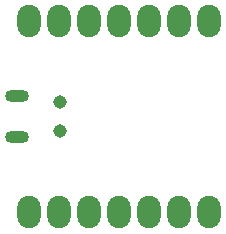
<source format=gbr>
%TF.GenerationSoftware,KiCad,Pcbnew,(5.1.10)-1*%
%TF.CreationDate,2021-10-05T19:45:30+09:00*%
%TF.ProjectId,mr8-iso-mux-sbus-4ws,6d72382d-6973-46f2-9d6d-75782d736275,1*%
%TF.SameCoordinates,Original*%
%TF.FileFunction,Paste,Bot*%
%TF.FilePolarity,Positive*%
%FSLAX46Y46*%
G04 Gerber Fmt 4.6, Leading zero omitted, Abs format (unit mm)*
G04 Created by KiCad (PCBNEW (5.1.10)-1) date 2021-10-05 19:45:30*
%MOMM*%
%LPD*%
G01*
G04 APERTURE LIST*
%ADD10O,1.998980X2.748280*%
%ADD11O,2.032000X1.016000*%
%ADD12C,1.143000*%
G04 APERTURE END LIST*
D10*
%TO.C,U5*%
X105961180Y-97007680D03*
X108501180Y-97007680D03*
X111041180Y-97007680D03*
X113581180Y-97007680D03*
X116121180Y-97007680D03*
X118661180Y-97007680D03*
X121201180Y-97007680D03*
X121201180Y-80843120D03*
X118661180Y-80843120D03*
X116121180Y-80843120D03*
X113581180Y-80843120D03*
X111041180Y-80843120D03*
X108501180Y-80843120D03*
X105961180Y-80843120D03*
D11*
X105007000Y-90631000D03*
X105007000Y-87212000D03*
D12*
X108576813Y-87708803D03*
X108576813Y-90121803D03*
%TD*%
M02*

</source>
